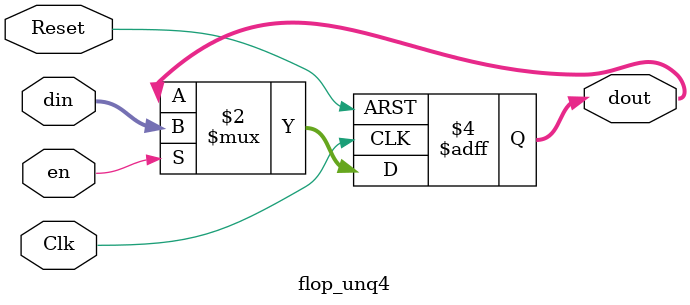
<source format=sv>

/* *****************************************************************************
 * File: flop.vp
 * 
 * Description:
 * Genesis2 flip-flop generator.
 * 
 * Required Genesis2 Controlable Parameters:
 * * Type		- Constant, Flop, RFlop, EFlop, or REFlop
 * * Width		- integer value specifying register width
 * * Default		- default value for the flop 
 *			 (only applies when flop_type=constant|rflop|reflop)
 * * SyncMode		- Sync or ASync flop * Change bar:
 * 
 * 
 * -----------
 * Date          Author   Description
 * Mar 30, 2010  shacham  init version  --  
 * May 20, 2014  jingpu   Add Async mode, change to active low reset
 * Feb 20, 2018  ajcars   Change back to active high reset 
 * ****************************************************************************/


/*******************************************************************************
 * REQUIRED PARAMETERIZATION
 ******************************************************************************/
// Type (_GENESIS2_INHERITANCE_PRIORITY_) = REFlop
//
// Default (_GENESIS2_INHERITANCE_PRIORITY_) = 0
//
// Width (_GENESIS2_INHERITANCE_PRIORITY_) = 16
//
// SyncMode (_GENESIS2_DECLARATION_PRIORITY_) = ASync
//

module flop_unq4(
	       //inputs
	       input logic 		   Clk,
	       input logic [15:0]  din,
	       input logic 		   Reset,
	       input logic 		   en,

	       //outputs
	       output logic [15:0] dout
	       );


   /* synopsys dc_tcl_script_begin
    set_dont_retime [current_design] true
    set_optimize_registers false -design [current_design]
    */
   


   
   always_ff @(posedge Clk or posedge Reset) begin
      if (Reset) 
	dout <= 16'h0;
      else if (en)
	dout <= din;
   end

endmodule : flop_unq4

</source>
